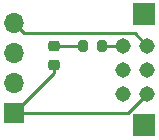
<source format=gbr>
%TF.GenerationSoftware,KiCad,Pcbnew,7.0.9*%
%TF.CreationDate,2024-01-16T18:08:56-05:00*%
%TF.ProjectId,FilpperZero_Gameboy_Link_V2,46696c70-7065-4725-9a65-726f5f47616d,1.2*%
%TF.SameCoordinates,Original*%
%TF.FileFunction,Copper,L1,Top*%
%TF.FilePolarity,Positive*%
%FSLAX46Y46*%
G04 Gerber Fmt 4.6, Leading zero omitted, Abs format (unit mm)*
G04 Created by KiCad (PCBNEW 7.0.9) date 2024-01-16 18:08:56*
%MOMM*%
%LPD*%
G01*
G04 APERTURE LIST*
G04 Aperture macros list*
%AMRoundRect*
0 Rectangle with rounded corners*
0 $1 Rounding radius*
0 $2 $3 $4 $5 $6 $7 $8 $9 X,Y pos of 4 corners*
0 Add a 4 corners polygon primitive as box body*
4,1,4,$2,$3,$4,$5,$6,$7,$8,$9,$2,$3,0*
0 Add four circle primitives for the rounded corners*
1,1,$1+$1,$2,$3*
1,1,$1+$1,$4,$5*
1,1,$1+$1,$6,$7*
1,1,$1+$1,$8,$9*
0 Add four rect primitives between the rounded corners*
20,1,$1+$1,$2,$3,$4,$5,0*
20,1,$1+$1,$4,$5,$6,$7,0*
20,1,$1+$1,$6,$7,$8,$9,0*
20,1,$1+$1,$8,$9,$2,$3,0*%
G04 Aperture macros list end*
%TA.AperFunction,SMDPad,CuDef*%
%ADD10RoundRect,0.218750X0.256250X-0.218750X0.256250X0.218750X-0.256250X0.218750X-0.256250X-0.218750X0*%
%TD*%
%TA.AperFunction,ComponentPad*%
%ADD11C,1.308000*%
%TD*%
%TA.AperFunction,ComponentPad*%
%ADD12R,1.905000X1.905000*%
%TD*%
%TA.AperFunction,SMDPad,CuDef*%
%ADD13RoundRect,0.200000X0.200000X0.275000X-0.200000X0.275000X-0.200000X-0.275000X0.200000X-0.275000X0*%
%TD*%
%TA.AperFunction,ComponentPad*%
%ADD14R,1.700000X1.700000*%
%TD*%
%TA.AperFunction,ComponentPad*%
%ADD15O,1.700000X1.700000*%
%TD*%
%TA.AperFunction,Conductor*%
%ADD16C,0.250000*%
%TD*%
G04 APERTURE END LIST*
D10*
%TO.P,D1,1,K*%
%TO.N,GND*%
X138557000Y-56820000D03*
%TO.P,D1,2,A*%
%TO.N,Net-(D1-A)*%
X138557000Y-55245000D03*
%TD*%
D11*
%TO.P,P1,+5V,+5V*%
%TO.N,Net-(P1-Pad+5V)*%
X144399000Y-55243000D03*
%TO.P,P1,CLK,CLK*%
%TO.N,Net-(P1-PadCLK)*%
X144399000Y-59311000D03*
%TO.P,P1,GND,GND*%
%TO.N,GND*%
X146431000Y-59311000D03*
%TO.P,P1,IN,IN*%
%TO.N,Net-(J1-Pad2)*%
X144399000Y-57277000D03*
D12*
%TO.P,P1,MP1*%
%TO.N,N/C*%
X146177000Y-61974000D03*
%TO.P,P1,MP2*%
X146177000Y-52580000D03*
D11*
%TO.P,P1,OUT,OUT*%
%TO.N,Net-(J1-Pad4)*%
X146431000Y-55243000D03*
%TO.P,P1,SD,SD*%
%TO.N,unconnected-(P1-PadSD)*%
X146431000Y-57277000D03*
%TD*%
D13*
%TO.P,R2,1*%
%TO.N,Net-(P1-Pad+5V)*%
X142621000Y-55245000D03*
%TO.P,R2,2*%
%TO.N,Net-(D1-A)*%
X140971000Y-55245000D03*
%TD*%
D14*
%TO.P,J1,1*%
%TO.N,GND*%
X135128000Y-60960000D03*
D15*
%TO.P,J1,2*%
%TO.N,Net-(J1-Pad2)*%
X135128000Y-58420000D03*
%TO.P,J1,3*%
%TO.N,Net-(J1-Pad3)*%
X135128000Y-55880000D03*
%TO.P,J1,4*%
%TO.N,Net-(J1-Pad4)*%
X135128000Y-53340000D03*
%TD*%
D16*
%TO.N,GND*%
X144782000Y-60960000D02*
X135128000Y-60960000D01*
X138557000Y-57531000D02*
X138557000Y-56820000D01*
X135128000Y-60960000D02*
X138557000Y-57531000D01*
X146431000Y-59311000D02*
X144782000Y-60960000D01*
%TO.N,Net-(D1-A)*%
X138557000Y-55245000D02*
X140971000Y-55245000D01*
%TO.N,Net-(J1-Pad4)*%
X135978000Y-54190000D02*
X145378000Y-54190000D01*
X145378000Y-54190000D02*
X146431000Y-55243000D01*
X135128000Y-53340000D02*
X135978000Y-54190000D01*
%TO.N,Net-(P1-Pad+5V)*%
X142623000Y-55243000D02*
X142621000Y-55245000D01*
X142621000Y-55245000D02*
X144397000Y-55245000D01*
X144397000Y-55245000D02*
X144399000Y-55243000D01*
%TD*%
M02*

</source>
